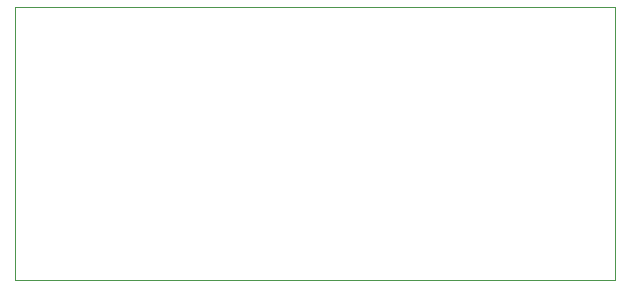
<source format=gbr>
G04 #@! TF.GenerationSoftware,KiCad,Pcbnew,5.1.4+dfsg1-1~bpo10+1*
G04 #@! TF.CreationDate,2022-08-06T21:23:58+05:30*
G04 #@! TF.ProjectId,esp2s,65737032-732e-46b6-9963-61645f706362,rev?*
G04 #@! TF.SameCoordinates,Original*
G04 #@! TF.FileFunction,Profile,NP*
%FSLAX46Y46*%
G04 Gerber Fmt 4.6, Leading zero omitted, Abs format (unit mm)*
G04 Created by KiCad (PCBNEW 5.1.4+dfsg1-1~bpo10+1) date 2022-08-06 21:23:58*
%MOMM*%
%LPD*%
G04 APERTURE LIST*
%ADD10C,0.050000*%
G04 APERTURE END LIST*
D10*
X71120000Y-43180000D02*
X71120000Y-66294000D01*
X121920000Y-43180000D02*
X71120000Y-43180000D01*
X121920000Y-66294000D02*
X121920000Y-43180000D01*
X78740000Y-66294000D02*
X121920000Y-66294000D01*
X71120000Y-66294000D02*
X78740000Y-66294000D01*
M02*

</source>
